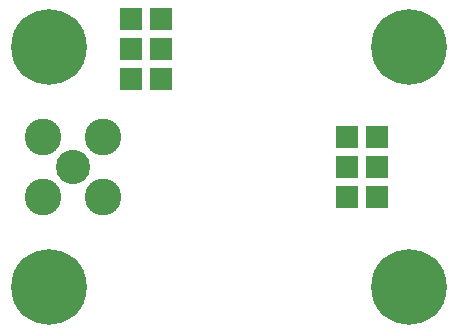
<source format=gbr>
G04 #@! TF.FileFunction,Soldermask,Bot*
%FSLAX46Y46*%
G04 Gerber Fmt 4.6, Leading zero omitted, Abs format (unit mm)*
G04 Created by KiCad (PCBNEW 201609251018+7233~55~ubuntu16.04.1-) date Thu Sep 29 13:16:48 2016*
%MOMM*%
%LPD*%
G01*
G04 APERTURE LIST*
%ADD10C,0.100000*%
%ADD11R,1.924000X1.924000*%
%ADD12C,6.400000*%
%ADD13C,3.100000*%
%ADD14C,2.900000*%
G04 APERTURE END LIST*
D10*
D11*
X47625000Y-33147000D03*
X50165000Y-33147000D03*
X47625000Y-30607000D03*
X50165000Y-30607000D03*
X47625000Y-28067000D03*
X50165000Y-28067000D03*
X68453000Y-40640000D03*
X65913000Y-40640000D03*
X68453000Y-43180000D03*
X65913000Y-43180000D03*
X68453000Y-38100000D03*
X65913000Y-38100000D03*
D12*
X71120000Y-30480000D03*
X40640000Y-50800000D03*
X40640000Y-30480000D03*
X71120000Y-50800000D03*
D13*
X45212000Y-43180000D03*
X40132000Y-43180000D03*
X40132000Y-38100000D03*
X45212000Y-38100000D03*
D14*
X42672000Y-40640000D03*
M02*

</source>
